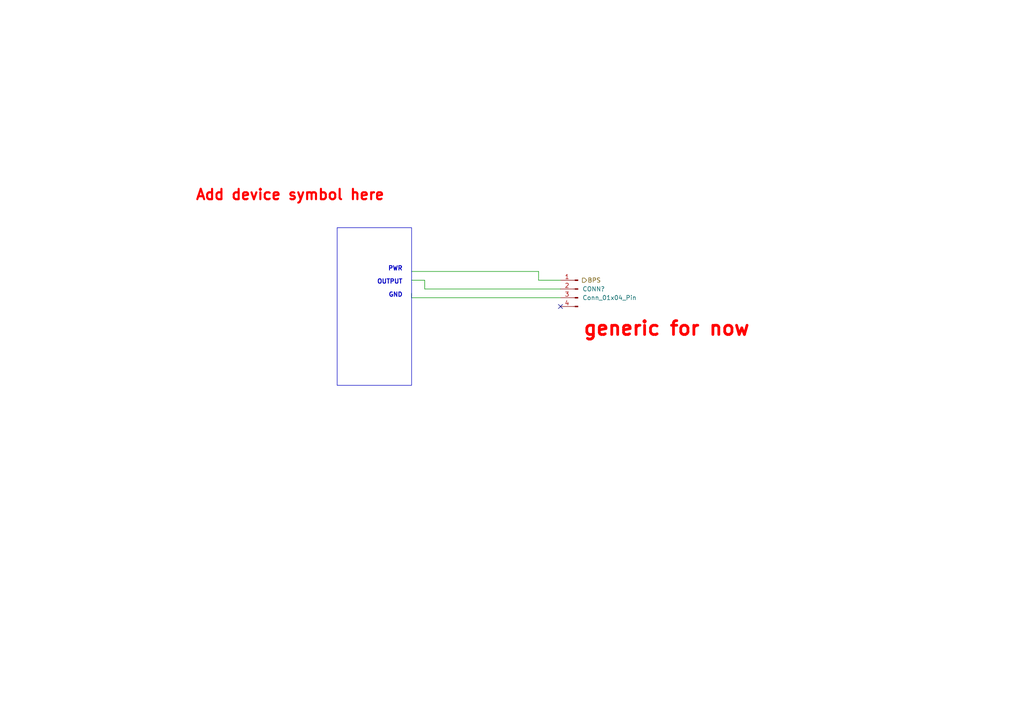
<source format=kicad_sch>
(kicad_sch (version 20231120) (generator "eeschema") (generator_version "8.0")
  (paper "A4")
  (title_block (title "DEVICE - BPS"))
  (lib_symbols
    (symbol "Connector:Conn_01x04_Pin" (pin_names (offset 1.016) hide)
      (property "Reference" "J" (at 0 5.08 0))
      (property "Value" "Conn_01x04_Pin" (at 0 -7.62 0))
      (symbol "Conn_01x04_Pin_1_1"
        (polyline (pts (xy 1.27 -5.08) (xy 0.8636 -5.08)) (stroke (width 0.1524)))
        (polyline (pts (xy 1.27 -2.54) (xy 0.8636 -2.54)) (stroke (width 0.1524)))
        (polyline (pts (xy 1.27 0) (xy 0.8636 0)) (stroke (width 0.1524)))
        (polyline (pts (xy 1.27 2.54) (xy 0.8636 2.54)) (stroke (width 0.1524)))
        (rectangle (start 0.8636 -4.953) (end 0 -5.207) (stroke (width 0.1524)) (fill (type outline)))
        (rectangle (start 0.8636 -2.413) (end 0 -2.667) (stroke (width 0.1524)) (fill (type outline)))
        (rectangle (start 0.8636 0.127) (end 0 -0.127) (stroke (width 0.1524)) (fill (type outline)))
        (rectangle (start 0.8636 2.667) (end 0 2.413) (stroke (width 0.1524)) (fill (type outline)))
        (pin passive line (at 5.08 2.54 180) (length 3.81) (name "Pin_1") (number "1"))
        (pin passive line (at 5.08 0 180) (length 3.81) (name "Pin_2") (number "2"))
        (pin passive line (at 5.08 -2.54 180) (length 3.81) (name "Pin_3") (number "3"))
        (pin passive line (at 5.08 -5.08 180) (length 3.81) (name "Pin_4") (number "4"))
      )
    )
  )
  (no_connect (at 162.56 88.9))
  (wire (pts (xy 119.38 78.74) (xy 156.21 78.74)))
  (wire (pts (xy 156.21 78.74) (xy 156.21 81.28)))
  (wire (pts (xy 156.21 81.28) (xy 162.56 81.28)))
  (wire (pts (xy 119.38 86.36) (xy 162.56 86.36)))
  (wire (pts (xy 119.38 85.09) (xy 119.38 86.36)))
  (wire (pts (xy 162.56 83.82) (xy 123.19 83.82)))
  (wire (pts (xy 123.19 83.82) (xy 123.19 81.28)))
  (wire (pts (xy 119.38 81.28) (xy 123.19 81.28)))
  (rectangle (start 97.79 66.04) (end 119.38 111.76))
  (text "GND" (at 116.84 86.36 0) (effects (font (size 1.27 1.27) (bold yes)) (justify right bottom)))
  (text "PWR" (at 116.84 78.74 0) (effects (font (size 1.27 1.27) (bold yes)) (justify right bottom)))
  (text "Add device symbol here" (at 111.76 58.42 0) (effects (font (size 3 3) (bold yes)) (justify right bottom)))
  (text "OUTPUT" (at 116.84 82.55 0) (effects (font (size 1.27 1.27) (bold yes)) (justify right bottom)))
  (text "generic for now" (at 168.91 97.79 0) (effects (font (size 4 4) (thickness 0.8) (bold yes)) (justify left bottom)))
  (hierarchical_label "BPS" (shape output) (at 168.91 81.28 0))
  (symbol (lib_id "Connector:Conn_01x04_Pin") (at 167.64 83.82 0) (mirror y) (unit 1)
    (property "Reference" "CONN?" (at 168.91 83.82 0) (effects (justify right)))
    (property "Value" "Conn_01x04_Pin" (at 168.91 86.36 0) (effects (justify right)))
  )
)
</source>
